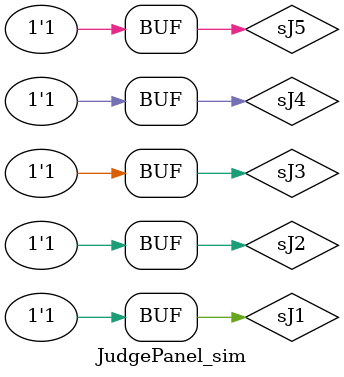
<source format=sv>
`timescale 1ns / 1ps


module JudgePanel_sim();

logic sJ1, sJ2, sJ3, sJ4, sJ5, sP, sF;

JudgePanel_Module UUT (.J1(sJ1), .J2(sJ2), .J3(sJ3), .J4(sJ4), .J5(sJ5), .P(sP), .F(sF));

initial begin

sJ1=0; sJ2 = 0; sJ3=0; sJ4 =0; sJ5=0;
#10;
sJ5=1;
#10;
sJ5=0; sJ4=1;
#10;
sJ5=1;
#10;
sJ5=0; sJ4=0; sJ3=1;
#10;
sJ5=1;
#10;
sJ5=0; sJ4=1;
#10;
sJ5=1;
#10;
sJ2=1; sJ3=0; sJ4=0; sJ5=0;
#10;
sJ5=1;
#10;
sJ5=0; sJ4=1;
#10;
sJ5=1;
#10;
sJ3=1; sJ5=0; sJ4=0;
#10;
sJ5=1;
#10;
sJ5=0; sJ4=1;
#10;
sJ5=1;
#10;
sJ1=1; sJ5=0; sJ4=0; sJ3=0; sJ2=0;
#10;
sJ5=1;
#10;
sJ5=0; sJ4=1;
#10;
sJ5=1;
#10;
sJ3=1; sJ5=0; sJ4=0;
#10;
sJ5=1;
#10;
sJ5=0; sJ4=1;
#10;
sJ5=1;
#10;
sJ5=0; sJ3=0; sJ4=0; sJ2=1;
#10;
sJ5=1;
#10;
sJ5=0; sJ4=1;
#10;
sJ5=1;
#10;
sJ5=0; sJ4=0; sJ3=1;
#10;
sJ5=1;
#10;
sJ5=0; sJ4=1;
#10;
sJ5=1;

end

endmodule

</source>
